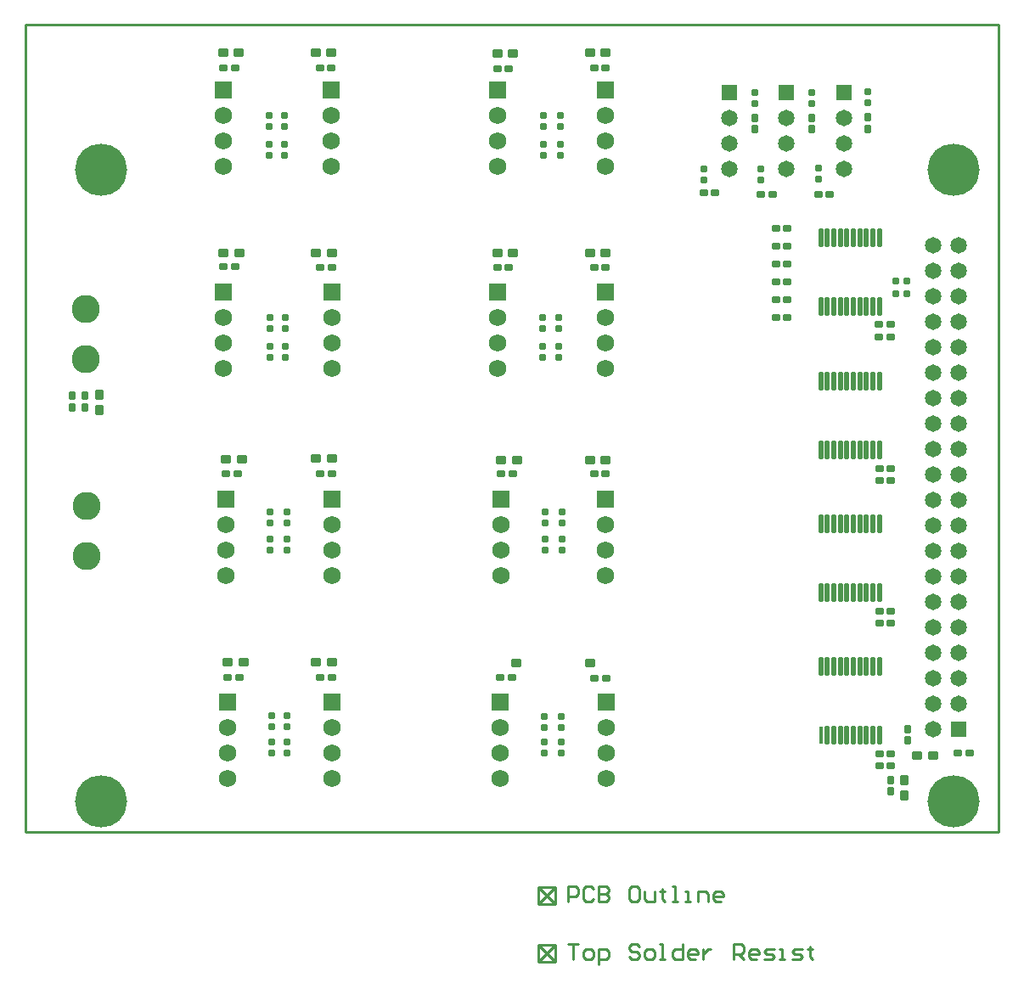
<source format=gts>
%FSLAX25Y25*%
%MOIN*%
G70*
G01*
G75*
G04 Layer_Color=8388736*
%ADD10C,0.01000*%
%ADD11C,0.03150*%
G04:AMPARAMS|DCode=12|XSize=25.59mil|YSize=25.59mil|CornerRadius=3.2mil|HoleSize=0mil|Usage=FLASHONLY|Rotation=0.000|XOffset=0mil|YOffset=0mil|HoleType=Round|Shape=RoundedRectangle|*
%AMROUNDEDRECTD12*
21,1,0.02559,0.01919,0,0,0.0*
21,1,0.01919,0.02559,0,0,0.0*
1,1,0.00640,0.00960,-0.00960*
1,1,0.00640,-0.00960,-0.00960*
1,1,0.00640,-0.00960,0.00960*
1,1,0.00640,0.00960,0.00960*
%
%ADD12ROUNDEDRECTD12*%
G04:AMPARAMS|DCode=13|XSize=35.43mil|YSize=37.4mil|CornerRadius=4.43mil|HoleSize=0mil|Usage=FLASHONLY|Rotation=0.000|XOffset=0mil|YOffset=0mil|HoleType=Round|Shape=RoundedRectangle|*
%AMROUNDEDRECTD13*
21,1,0.03543,0.02854,0,0,0.0*
21,1,0.02658,0.03740,0,0,0.0*
1,1,0.00886,0.01329,-0.01427*
1,1,0.00886,-0.01329,-0.01427*
1,1,0.00886,-0.01329,0.01427*
1,1,0.00886,0.01329,0.01427*
%
%ADD13ROUNDEDRECTD13*%
G04:AMPARAMS|DCode=14|XSize=25.59mil|YSize=31.5mil|CornerRadius=1.28mil|HoleSize=0mil|Usage=FLASHONLY|Rotation=270.000|XOffset=0mil|YOffset=0mil|HoleType=Round|Shape=RoundedRectangle|*
%AMROUNDEDRECTD14*
21,1,0.02559,0.02894,0,0,270.0*
21,1,0.02303,0.03150,0,0,270.0*
1,1,0.00256,-0.01447,-0.01152*
1,1,0.00256,-0.01447,0.01152*
1,1,0.00256,0.01447,0.01152*
1,1,0.00256,0.01447,-0.01152*
%
%ADD14ROUNDEDRECTD14*%
G04:AMPARAMS|DCode=15|XSize=25.59mil|YSize=31.5mil|CornerRadius=1.28mil|HoleSize=0mil|Usage=FLASHONLY|Rotation=180.000|XOffset=0mil|YOffset=0mil|HoleType=Round|Shape=RoundedRectangle|*
%AMROUNDEDRECTD15*
21,1,0.02559,0.02894,0,0,180.0*
21,1,0.02303,0.03150,0,0,180.0*
1,1,0.00256,-0.01152,0.01447*
1,1,0.00256,0.01152,0.01447*
1,1,0.00256,0.01152,-0.01447*
1,1,0.00256,-0.01152,-0.01447*
%
%ADD15ROUNDEDRECTD15*%
G04:AMPARAMS|DCode=16|XSize=23.62mil|YSize=33.47mil|CornerRadius=2.95mil|HoleSize=0mil|Usage=FLASHONLY|Rotation=0.000|XOffset=0mil|YOffset=0mil|HoleType=Round|Shape=RoundedRectangle|*
%AMROUNDEDRECTD16*
21,1,0.02362,0.02756,0,0,0.0*
21,1,0.01772,0.03347,0,0,0.0*
1,1,0.00591,0.00886,-0.01378*
1,1,0.00591,-0.00886,-0.01378*
1,1,0.00591,-0.00886,0.01378*
1,1,0.00591,0.00886,0.01378*
%
%ADD16ROUNDEDRECTD16*%
G04:AMPARAMS|DCode=17|XSize=17.72mil|YSize=70.87mil|CornerRadius=0.89mil|HoleSize=0mil|Usage=FLASHONLY|Rotation=0.000|XOffset=0mil|YOffset=0mil|HoleType=Round|Shape=RoundedRectangle|*
%AMROUNDEDRECTD17*
21,1,0.01772,0.06909,0,0,0.0*
21,1,0.01595,0.07087,0,0,0.0*
1,1,0.00177,0.00797,-0.03455*
1,1,0.00177,-0.00797,-0.03455*
1,1,0.00177,-0.00797,0.03455*
1,1,0.00177,0.00797,0.03455*
%
%ADD17ROUNDEDRECTD17*%
G04:AMPARAMS|DCode=18|XSize=23.62mil|YSize=33.47mil|CornerRadius=2.95mil|HoleSize=0mil|Usage=FLASHONLY|Rotation=90.000|XOffset=0mil|YOffset=0mil|HoleType=Round|Shape=RoundedRectangle|*
%AMROUNDEDRECTD18*
21,1,0.02362,0.02756,0,0,90.0*
21,1,0.01772,0.03347,0,0,90.0*
1,1,0.00591,0.01378,0.00886*
1,1,0.00591,0.01378,-0.00886*
1,1,0.00591,-0.01378,-0.00886*
1,1,0.00591,-0.01378,0.00886*
%
%ADD18ROUNDEDRECTD18*%
%ADD19R,0.01772X0.07087*%
G04:AMPARAMS|DCode=20|XSize=25.59mil|YSize=25.59mil|CornerRadius=3.2mil|HoleSize=0mil|Usage=FLASHONLY|Rotation=90.000|XOffset=0mil|YOffset=0mil|HoleType=Round|Shape=RoundedRectangle|*
%AMROUNDEDRECTD20*
21,1,0.02559,0.01919,0,0,90.0*
21,1,0.01919,0.02559,0,0,90.0*
1,1,0.00640,0.00960,0.00960*
1,1,0.00640,0.00960,-0.00960*
1,1,0.00640,-0.00960,-0.00960*
1,1,0.00640,-0.00960,0.00960*
%
%ADD20ROUNDEDRECTD20*%
G04:AMPARAMS|DCode=21|XSize=35.43mil|YSize=37.4mil|CornerRadius=4.43mil|HoleSize=0mil|Usage=FLASHONLY|Rotation=90.000|XOffset=0mil|YOffset=0mil|HoleType=Round|Shape=RoundedRectangle|*
%AMROUNDEDRECTD21*
21,1,0.03543,0.02854,0,0,90.0*
21,1,0.02658,0.03740,0,0,90.0*
1,1,0.00886,0.01427,0.01329*
1,1,0.00886,0.01427,-0.01329*
1,1,0.00886,-0.01427,-0.01329*
1,1,0.00886,-0.01427,0.01329*
%
%ADD21ROUNDEDRECTD21*%
%ADD22C,0.05906*%
%ADD23C,0.04000*%
%ADD24R,0.11811X0.07874*%
%ADD25R,0.01969X0.01969*%
%ADD26R,0.12598X0.32283*%
%ADD27R,0.06000X0.06000*%
%ADD28C,0.06000*%
%ADD29R,0.06496X0.06496*%
%ADD30C,0.06496*%
%ADD31R,0.06496X0.06496*%
%ADD32C,0.10236*%
%ADD33C,0.19685*%
%ADD34C,0.03000*%
%ADD35C,0.01969*%
%ADD36R,0.14173X0.33858*%
%ADD37C,0.00787*%
%ADD38C,0.00800*%
%ADD39C,0.00591*%
%ADD40R,0.06800X0.06800*%
%ADD41C,0.06800*%
%ADD42C,0.11036*%
%ADD43C,0.20485*%
D10*
X207874Y-368110D02*
Y-361417D01*
X201181Y-368110D02*
Y-361417D01*
X201181Y-368110D02*
X207874D01*
X201181Y-361417D02*
X207874D01*
X201181D02*
X207874Y-368110D01*
X201181D02*
X207874Y-361417D01*
X212992Y-360931D02*
X216991D01*
X214991D01*
Y-366929D01*
X219990D02*
X221989D01*
X222989Y-365930D01*
Y-363930D01*
X221989Y-362930D01*
X219990D01*
X218990Y-363930D01*
Y-365930D01*
X219990Y-366929D01*
X224988Y-368929D02*
Y-362930D01*
X227987D01*
X228987Y-363930D01*
Y-365930D01*
X227987Y-366929D01*
X224988D01*
X240983Y-361931D02*
X239983Y-360931D01*
X237984D01*
X236984Y-361931D01*
Y-362930D01*
X237984Y-363930D01*
X239983D01*
X240983Y-364930D01*
Y-365930D01*
X239983Y-366929D01*
X237984D01*
X236984Y-365930D01*
X243982Y-366929D02*
X245982D01*
X246981Y-365930D01*
Y-363930D01*
X245982Y-362930D01*
X243982D01*
X242982Y-363930D01*
Y-365930D01*
X243982Y-366929D01*
X248980D02*
X250980D01*
X249980D01*
Y-360931D01*
X248980D01*
X257978D02*
Y-366929D01*
X254978D01*
X253979Y-365930D01*
Y-363930D01*
X254978Y-362930D01*
X257978D01*
X262976Y-366929D02*
X260977D01*
X259977Y-365930D01*
Y-363930D01*
X260977Y-362930D01*
X262976D01*
X263976Y-363930D01*
Y-364930D01*
X259977D01*
X265975Y-362930D02*
Y-366929D01*
Y-364930D01*
X266975Y-363930D01*
X267974Y-362930D01*
X268974D01*
X277971Y-366929D02*
Y-360931D01*
X280970D01*
X281970Y-361931D01*
Y-363930D01*
X280970Y-364930D01*
X277971D01*
X279971D02*
X281970Y-366929D01*
X286968D02*
X284969D01*
X283969Y-365930D01*
Y-363930D01*
X284969Y-362930D01*
X286968D01*
X287968Y-363930D01*
Y-364930D01*
X283969D01*
X289967Y-366929D02*
X292966D01*
X293966Y-365930D01*
X292966Y-364930D01*
X290967D01*
X289967Y-363930D01*
X290967Y-362930D01*
X293966D01*
X295965Y-366929D02*
X297965D01*
X296965D01*
Y-362930D01*
X295965D01*
X300964Y-366929D02*
X303963D01*
X304962Y-365930D01*
X303963Y-364930D01*
X301963D01*
X300964Y-363930D01*
X301963Y-362930D01*
X304962D01*
X307961Y-361931D02*
Y-362930D01*
X306962D01*
X308961D01*
X307961D01*
Y-365930D01*
X308961Y-366929D01*
X0Y0D02*
X381890D01*
X0Y-316929D02*
Y0D01*
Y-316929D02*
X381890D01*
Y0D01*
X207874Y-345276D02*
Y-338583D01*
X201181Y-345276D02*
Y-338583D01*
X201181Y-345276D02*
X207874D01*
X201181Y-338583D02*
X207874D01*
X201181D02*
X207874Y-345276D01*
X201181D02*
X207874Y-338583D01*
X212992Y-344488D02*
Y-338490D01*
X215991D01*
X216991Y-339490D01*
Y-341489D01*
X215991Y-342489D01*
X212992D01*
X222989Y-339490D02*
X221989Y-338490D01*
X219990D01*
X218990Y-339490D01*
Y-343489D01*
X219990Y-344488D01*
X221989D01*
X222989Y-343489D01*
X224988Y-338490D02*
Y-344488D01*
X227987D01*
X228987Y-343489D01*
Y-342489D01*
X227987Y-341489D01*
X224988D01*
X227987D01*
X228987Y-340490D01*
Y-339490D01*
X227987Y-338490D01*
X224988D01*
X239983D02*
X237984D01*
X236984Y-339490D01*
Y-343489D01*
X237984Y-344488D01*
X239983D01*
X240983Y-343489D01*
Y-339490D01*
X239983Y-338490D01*
X242982Y-340490D02*
Y-343489D01*
X243982Y-344488D01*
X246981D01*
Y-340490D01*
X249980Y-339490D02*
Y-340490D01*
X248980D01*
X250980D01*
X249980D01*
Y-343489D01*
X250980Y-344488D01*
X253979D02*
X255978D01*
X254978D01*
Y-338490D01*
X253979D01*
X258977Y-344488D02*
X260977D01*
X259977D01*
Y-340490D01*
X258977D01*
X263976Y-344488D02*
Y-340490D01*
X266975D01*
X267974Y-341489D01*
Y-344488D01*
X272973D02*
X270973D01*
X269974Y-343489D01*
Y-341489D01*
X270973Y-340490D01*
X272973D01*
X273972Y-341489D01*
Y-342489D01*
X269974D01*
D12*
X102441Y-201850D02*
D03*
Y-206181D02*
D03*
X95642Y-51492D02*
D03*
Y-47161D02*
D03*
Y-39992D02*
D03*
Y-35661D02*
D03*
X101642Y-51492D02*
D03*
Y-47161D02*
D03*
Y-39992D02*
D03*
Y-35661D02*
D03*
X330642Y-30761D02*
D03*
Y-26430D02*
D03*
X311142Y-60761D02*
D03*
Y-56430D02*
D03*
X266132Y-60961D02*
D03*
Y-56630D02*
D03*
X308642Y-30926D02*
D03*
Y-26596D02*
D03*
X288642Y-60926D02*
D03*
Y-56596D02*
D03*
X286142Y-30926D02*
D03*
Y-26596D02*
D03*
X209802Y-39995D02*
D03*
Y-35664D02*
D03*
Y-51495D02*
D03*
Y-47164D02*
D03*
X203302Y-39995D02*
D03*
Y-35664D02*
D03*
Y-51495D02*
D03*
Y-47164D02*
D03*
X101768Y-119213D02*
D03*
Y-114882D02*
D03*
Y-130713D02*
D03*
Y-126382D02*
D03*
X95768Y-119213D02*
D03*
Y-114882D02*
D03*
Y-130713D02*
D03*
Y-126382D02*
D03*
X209424Y-119263D02*
D03*
Y-114932D02*
D03*
Y-130763D02*
D03*
Y-126432D02*
D03*
X202924Y-119263D02*
D03*
Y-114932D02*
D03*
Y-130763D02*
D03*
Y-126432D02*
D03*
X210530Y-201900D02*
D03*
Y-206231D02*
D03*
Y-191400D02*
D03*
Y-195731D02*
D03*
X204030Y-191400D02*
D03*
Y-195731D02*
D03*
Y-201900D02*
D03*
Y-206231D02*
D03*
X102630Y-271377D02*
D03*
Y-275708D02*
D03*
X96631Y-271377D02*
D03*
Y-275708D02*
D03*
X102540Y-281659D02*
D03*
Y-285989D02*
D03*
X96540Y-281659D02*
D03*
Y-285989D02*
D03*
X210140Y-271558D02*
D03*
Y-275889D02*
D03*
X210190Y-281709D02*
D03*
Y-286039D02*
D03*
X203640Y-275889D02*
D03*
Y-271558D02*
D03*
X203690Y-281709D02*
D03*
Y-286039D02*
D03*
X95980Y-201850D02*
D03*
Y-206181D02*
D03*
Y-191350D02*
D03*
Y-195681D02*
D03*
X102580Y-191350D02*
D03*
Y-195681D02*
D03*
D13*
X28783Y-145354D02*
D03*
Y-151457D02*
D03*
X345048Y-296577D02*
D03*
Y-302680D02*
D03*
D14*
X298807Y-108114D02*
D03*
X294476D02*
D03*
X298807Y-115114D02*
D03*
X294476D02*
D03*
X298807Y-101114D02*
D03*
X294476D02*
D03*
X298807Y-80114D02*
D03*
X294476D02*
D03*
X298807Y-87114D02*
D03*
X294476D02*
D03*
X298807Y-94114D02*
D03*
X294476D02*
D03*
D15*
X339609Y-296620D02*
D03*
Y-300950D02*
D03*
D16*
X18267Y-145785D02*
D03*
Y-150312D02*
D03*
X23279Y-145817D02*
D03*
Y-150344D02*
D03*
X330642Y-36332D02*
D03*
Y-40859D02*
D03*
X308642Y-36596D02*
D03*
Y-41123D02*
D03*
X286142Y-36568D02*
D03*
Y-41096D02*
D03*
X346299Y-276614D02*
D03*
Y-281142D02*
D03*
D17*
X312126Y-110598D02*
D03*
X314685D02*
D03*
X317244D02*
D03*
X319803D02*
D03*
X322362D02*
D03*
X324921D02*
D03*
X327480D02*
D03*
X330039D02*
D03*
X332598D02*
D03*
X335157D02*
D03*
X312126Y-83630D02*
D03*
X314685D02*
D03*
X317244D02*
D03*
X319803D02*
D03*
X322362D02*
D03*
X324921D02*
D03*
X327480D02*
D03*
X330039D02*
D03*
X332598D02*
D03*
X335157D02*
D03*
X312126Y-167098D02*
D03*
X314685D02*
D03*
X317244D02*
D03*
X319803D02*
D03*
X322362D02*
D03*
X324921D02*
D03*
X327480D02*
D03*
X330039D02*
D03*
X332598D02*
D03*
X335157D02*
D03*
X312126Y-140130D02*
D03*
X314685D02*
D03*
X317244D02*
D03*
X319803D02*
D03*
X322362D02*
D03*
X324921D02*
D03*
X327480D02*
D03*
X330039D02*
D03*
X332598D02*
D03*
X335157D02*
D03*
X312126Y-223098D02*
D03*
X314685D02*
D03*
X317244D02*
D03*
X319803D02*
D03*
X322362D02*
D03*
X324921D02*
D03*
X327480D02*
D03*
X330039D02*
D03*
X332598D02*
D03*
X335157D02*
D03*
X312126Y-196130D02*
D03*
X314685D02*
D03*
X317244D02*
D03*
X319803D02*
D03*
X322362D02*
D03*
X324921D02*
D03*
X327480D02*
D03*
X330039D02*
D03*
X332598D02*
D03*
X335157D02*
D03*
X314685Y-279098D02*
D03*
X317244D02*
D03*
X319803D02*
D03*
X322362D02*
D03*
X324921D02*
D03*
X327480D02*
D03*
X330039D02*
D03*
X332598D02*
D03*
X335157D02*
D03*
X312126Y-252130D02*
D03*
X314685D02*
D03*
X317244D02*
D03*
X319803D02*
D03*
X322362D02*
D03*
X324921D02*
D03*
X327480D02*
D03*
X330039D02*
D03*
X332598D02*
D03*
X335157D02*
D03*
D18*
X335078Y-117814D02*
D03*
X339605D02*
D03*
X335078Y-122514D02*
D03*
X339605D02*
D03*
X335178Y-174314D02*
D03*
X339705D02*
D03*
X335178Y-230314D02*
D03*
X339705D02*
D03*
X335178Y-235014D02*
D03*
X339705D02*
D03*
X335178Y-286314D02*
D03*
X339705D02*
D03*
X335178Y-291014D02*
D03*
X339705D02*
D03*
X366018Y-286162D02*
D03*
X370546D02*
D03*
X335178Y-179014D02*
D03*
X339705D02*
D03*
X266178Y-66086D02*
D03*
X270706D02*
D03*
X311142Y-66596D02*
D03*
X315669D02*
D03*
X288642D02*
D03*
X293169D02*
D03*
X79353Y-256289D02*
D03*
X83881D02*
D03*
X120180D02*
D03*
X115653D02*
D03*
X78694Y-176481D02*
D03*
X83221D02*
D03*
X77658Y-95039D02*
D03*
X82185D02*
D03*
X120158Y-95433D02*
D03*
X115630D02*
D03*
X186707Y-176389D02*
D03*
X191235D02*
D03*
X186367Y-256197D02*
D03*
X190894D02*
D03*
X227801Y-256625D02*
D03*
X223274D02*
D03*
X227708Y-176389D02*
D03*
X223180D02*
D03*
X120158Y-176339D02*
D03*
X115630D02*
D03*
X185207Y-95483D02*
D03*
X189735D02*
D03*
X227708D02*
D03*
X223180D02*
D03*
X227692Y-17003D02*
D03*
X223164D02*
D03*
X185192Y-17396D02*
D03*
X189719D02*
D03*
X120042Y-16953D02*
D03*
X115514D02*
D03*
X77621Y-17051D02*
D03*
X82148D02*
D03*
D19*
X312126Y-279098D02*
D03*
D20*
X341576Y-105614D02*
D03*
X345907D02*
D03*
X341576Y-100614D02*
D03*
X345907D02*
D03*
D21*
X79365Y-250489D02*
D03*
X85468D02*
D03*
X120168D02*
D03*
X114066D02*
D03*
X356142Y-286850D02*
D03*
X350039D02*
D03*
X77658Y-89528D02*
D03*
X83760D02*
D03*
X120158D02*
D03*
X114055D02*
D03*
X78658Y-170827D02*
D03*
X84760D02*
D03*
X186707Y-170877D02*
D03*
X192810D02*
D03*
X192469Y-250685D02*
D03*
X221699Y-250719D02*
D03*
X227708Y-170877D02*
D03*
X221605D02*
D03*
X120158Y-170433D02*
D03*
X114055D02*
D03*
X185207Y-89578D02*
D03*
X191310D02*
D03*
X227708D02*
D03*
X221605D02*
D03*
X227692Y-11097D02*
D03*
X221589D02*
D03*
X185192Y-11491D02*
D03*
X191294D02*
D03*
X120042Y-11047D02*
D03*
X113939D02*
D03*
X77621Y-11146D02*
D03*
X83723D02*
D03*
D29*
X366142Y-276614D02*
D03*
D30*
X356142D02*
D03*
Y-186614D02*
D03*
X366142D02*
D03*
X356142Y-196614D02*
D03*
X366142D02*
D03*
X356142Y-206614D02*
D03*
X366142D02*
D03*
X356142Y-216614D02*
D03*
X366142D02*
D03*
X356142Y-226614D02*
D03*
X366142D02*
D03*
X356142Y-236614D02*
D03*
X366142D02*
D03*
X356142Y-246614D02*
D03*
X366142D02*
D03*
X356142Y-256614D02*
D03*
X366142D02*
D03*
X356142Y-266614D02*
D03*
X366142D02*
D03*
Y-166614D02*
D03*
X356142D02*
D03*
X366142Y-156614D02*
D03*
X356142D02*
D03*
X366142Y-146614D02*
D03*
X356142D02*
D03*
X366142Y-136614D02*
D03*
X356142D02*
D03*
X366142Y-126614D02*
D03*
X356142D02*
D03*
X366142Y-116614D02*
D03*
X356142D02*
D03*
X366142Y-106614D02*
D03*
X356142D02*
D03*
X366142Y-96614D02*
D03*
X356142D02*
D03*
X366142Y-86614D02*
D03*
X356142D02*
D03*
Y-176614D02*
D03*
X366142D02*
D03*
X321142Y-56596D02*
D03*
Y-46596D02*
D03*
Y-36614D02*
D03*
X298642Y-36596D02*
D03*
Y-46577D02*
D03*
Y-56577D02*
D03*
X276142D02*
D03*
Y-46577D02*
D03*
Y-36596D02*
D03*
D31*
X321142Y-26614D02*
D03*
X298642Y-26596D02*
D03*
X276142D02*
D03*
D40*
X120158Y-104882D02*
D03*
X77658D02*
D03*
X227708Y-104932D02*
D03*
X185207D02*
D03*
X227692Y-25664D02*
D03*
X185192D02*
D03*
X77642Y-25614D02*
D03*
X120042D02*
D03*
X186367Y-266039D02*
D03*
X227801Y-266074D02*
D03*
X120217Y-265989D02*
D03*
X79217D02*
D03*
X120158Y-186181D02*
D03*
X78658D02*
D03*
X227708Y-186231D02*
D03*
X186707D02*
D03*
D41*
X120158Y-114882D02*
D03*
Y-124882D02*
D03*
Y-134882D02*
D03*
X77658Y-114882D02*
D03*
Y-124882D02*
D03*
Y-134882D02*
D03*
X227708Y-114932D02*
D03*
Y-124932D02*
D03*
Y-134932D02*
D03*
X185207Y-114932D02*
D03*
Y-124932D02*
D03*
Y-134932D02*
D03*
X227692Y-35664D02*
D03*
Y-45664D02*
D03*
Y-55664D02*
D03*
X185192Y-35664D02*
D03*
Y-45664D02*
D03*
Y-55664D02*
D03*
X77642Y-35614D02*
D03*
Y-45614D02*
D03*
Y-55614D02*
D03*
X120042Y-35614D02*
D03*
Y-45614D02*
D03*
Y-55614D02*
D03*
X186367Y-276039D02*
D03*
Y-286039D02*
D03*
Y-296039D02*
D03*
X227801Y-276074D02*
D03*
Y-286074D02*
D03*
Y-296074D02*
D03*
X120217Y-275989D02*
D03*
Y-285989D02*
D03*
Y-295989D02*
D03*
X79217Y-275989D02*
D03*
Y-285989D02*
D03*
Y-295989D02*
D03*
X120158Y-196181D02*
D03*
Y-206181D02*
D03*
Y-216181D02*
D03*
X78658Y-196181D02*
D03*
Y-206181D02*
D03*
Y-216181D02*
D03*
X227708Y-196231D02*
D03*
Y-206231D02*
D03*
Y-216231D02*
D03*
X186707Y-196231D02*
D03*
Y-206231D02*
D03*
Y-216231D02*
D03*
D42*
X23744Y-111651D02*
D03*
Y-131336D02*
D03*
X23869Y-189055D02*
D03*
Y-208740D02*
D03*
D43*
X364173Y-305118D02*
D03*
Y-57087D02*
D03*
X29528D02*
D03*
Y-305118D02*
D03*
M02*

</source>
